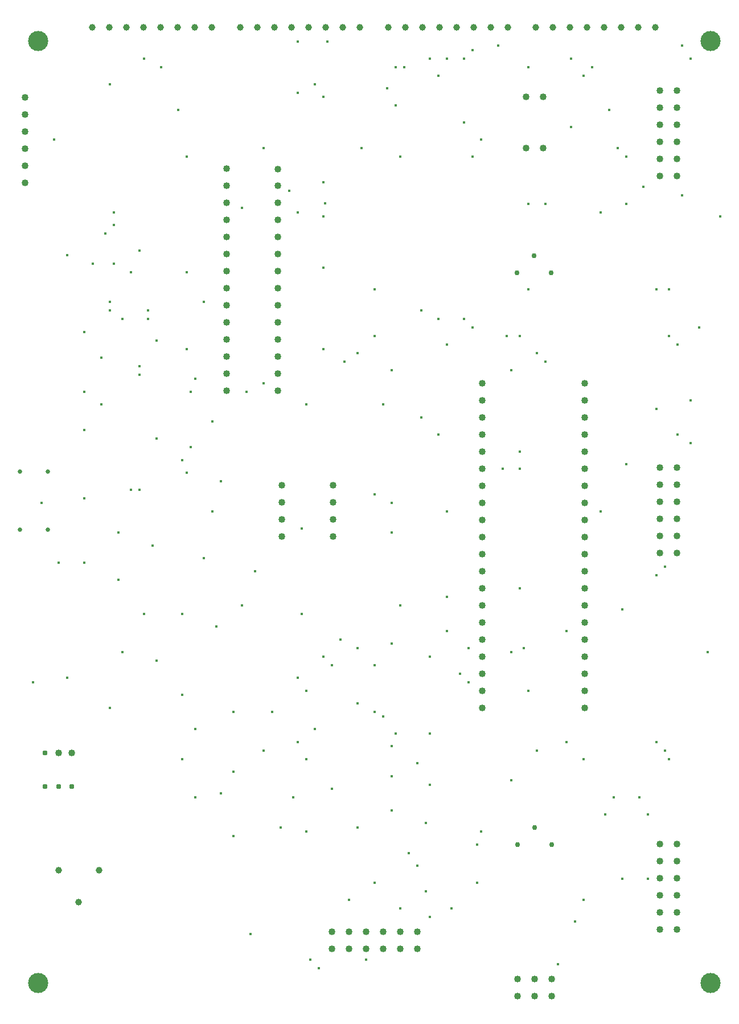
<source format=gbr>
G04 PROTEUS GERBER X2 FILE*
%TF.GenerationSoftware,Labcenter,Proteus,8.15-SP0-Build33980*%
%TF.CreationDate,2023-03-15T16:04:22+00:00*%
%TF.FileFunction,Plated,1,2,PTH*%
%TF.FilePolarity,Positive*%
%TF.Part,Single*%
%TF.SameCoordinates,{4545a914-5e6f-4f91-a9de-dead5439e7db}*%
%FSLAX45Y45*%
%MOMM*%
G01*
%TA.AperFunction,ViaDrill*%
%ADD176C,0.381000*%
%TA.AperFunction,ComponentDrill*%
%ADD175C,0.635000*%
%TA.AperFunction,ComponentDrill*%
%ADD177C,1.000000*%
%TA.AperFunction,ComponentDrill*%
%ADD178C,1.016000*%
%TA.AperFunction,ComponentDrill*%
%ADD179C,0.990600*%
%TA.AperFunction,ComponentDrill*%
%ADD180C,0.787400*%
%TA.AperFunction,ComponentDrill*%
%ADD181C,0.762000*%
%TA.AperFunction,OtherDrill,Unknown*%
%ADD182C,3.000000*%
%TD.AperFunction*%
D176*
X+254000Y+635000D03*
X+254000Y+190500D03*
X-4318000Y+2286000D03*
X-4318000Y+1714500D03*
X-4000500Y+4635500D03*
X-4191000Y+4191000D03*
X-3873500Y+4953000D03*
X-3619500Y+4064000D03*
X-3873500Y+4191000D03*
X-3873500Y+4762500D03*
X-3937000Y+3492500D03*
X-4064000Y+2794000D03*
X-3492500Y+2540000D03*
X-3937000Y+3619500D03*
X-4318000Y+3175000D03*
X-3492500Y+2667000D03*
X-3746500Y+3365500D03*
X-3365500Y+3492500D03*
X+254000Y-3429000D03*
X+254000Y-3937000D03*
X+508000Y-4572000D03*
X-1524000Y-2476500D03*
X-1016000Y-3175000D03*
X-1016000Y-4254500D03*
X-1143000Y-1968500D03*
X-1143000Y-2921000D03*
X-1016000Y-2159000D03*
X-889000Y-2730500D03*
X+2032000Y-3492500D03*
X+635000Y-4762500D03*
X+635000Y-3238500D03*
X-254000Y-2349500D03*
X-4572000Y+4318000D03*
X-4572000Y-1968500D03*
X-254000Y-1524000D03*
X+254000Y-2984500D03*
X+1524000Y-4445000D03*
X+1524000Y-5016500D03*
X+0Y-5016500D03*
X+0Y-2476500D03*
X-2794000Y+1079500D03*
X-2540000Y+3619500D03*
X-1270000Y+5270500D03*
X-2857500Y+1270000D03*
X-3619500Y+825500D03*
X-3492500Y+825500D03*
X-3810000Y+190500D03*
X+4000500Y+5334000D03*
X-3937000Y-2413000D03*
X-3302000Y+0D03*
X-4762500Y+6032500D03*
X-3238500Y+3048000D03*
X-3238500Y+1587500D03*
X-2794000Y+2921000D03*
X+825500Y-5524500D03*
X+2984500Y-5588000D03*
X+825500Y-2794000D03*
X+825500Y-3556000D03*
X+3365500Y+508000D03*
X+4191000Y+3810000D03*
X-1968500Y+5016500D03*
X+4572000Y+7429500D03*
X-2794000Y+4064000D03*
X+4191000Y+2032000D03*
X-2794000Y+5778500D03*
X+4381500Y+3810000D03*
X-2095500Y-3365500D03*
X-2349500Y-1206500D03*
X-1841500Y-5778500D03*
X-1778000Y-381000D03*
X-1968500Y-889000D03*
X-2095500Y-2476500D03*
X-1651000Y-3048000D03*
X-1397000Y-4191000D03*
X-635000Y-1778000D03*
X-635000Y-3619500D03*
X-1206500Y-3746500D03*
X+2540000Y+5080000D03*
X+3746500Y+5080000D03*
X+3746500Y+1206500D03*
X-4318000Y+698500D03*
X-4953000Y+635000D03*
X-4699000Y-254000D03*
X-4318000Y-254000D03*
X+2730500Y-6223000D03*
X-2413000Y+508000D03*
X-762000Y+2921000D03*
X-3429000Y-1016000D03*
X-2540000Y-190500D03*
X-2413000Y+1841500D03*
X+1079500Y-762000D03*
X-762000Y+4127500D03*
X-2286000Y-3683000D03*
X-2857500Y-1016000D03*
X-2667000Y-2730500D03*
X-5080000Y-2032000D03*
X-3492500Y+4381500D03*
X+2286000Y+5080000D03*
X-2730500Y+2286000D03*
X-2730500Y+1460500D03*
X-762000Y+4889500D03*
X+317500Y-2794000D03*
X+254000Y-1460500D03*
X+1079500Y-1270000D03*
X-2667000Y-3746500D03*
X+1079500Y+508000D03*
X+762000Y-5143500D03*
X+762000Y-4127500D03*
X-2095500Y-4318000D03*
X-3365500Y+3365500D03*
X+3111500Y+6985000D03*
X+3238500Y+7112000D03*
X+3365500Y+4953000D03*
X+4699000Y+2159000D03*
X+5143500Y+4889500D03*
X+4699000Y+7239000D03*
X+3492500Y+6477000D03*
X+2921000Y+6223000D03*
X+2921000Y+7239000D03*
X+3619500Y+5905500D03*
X+3746500Y+5778500D03*
X+190500Y+6794500D03*
X+1587500Y+6032500D03*
X+1333500Y+3365500D03*
X+444500Y+7112000D03*
X+1333500Y+6286500D03*
X+698500Y+1905000D03*
X+698500Y+3492500D03*
X+952500Y+6985000D03*
X+952500Y+1651000D03*
X+952500Y+3365500D03*
X+2159000Y+1397000D03*
X+2159000Y+3111500D03*
X+4381500Y+3111500D03*
X+4699000Y+1524000D03*
X+1397000Y-2032000D03*
X+1397000Y-1524000D03*
X+1079500Y+7239000D03*
X+1333500Y+7239000D03*
X+1079500Y+2984500D03*
X+4508500Y+2984500D03*
X+4508500Y+1651000D03*
X+2857500Y-2921000D03*
X+4191000Y-2921000D03*
X+4191000Y-444500D03*
X+2032000Y-1587500D03*
X+2413000Y-3048000D03*
X+4318000Y-3048000D03*
X+4318000Y-317500D03*
X+1968500Y+3111500D03*
X+0Y+3111500D03*
X+0Y+762000D03*
X+2286000Y-2159000D03*
X+127000Y-2540000D03*
X+127000Y+2095500D03*
X-1016000Y+2095500D03*
X+2222500Y-1524000D03*
X+2159000Y-635000D03*
X+2159000Y+1143000D03*
X+1905000Y+1143000D03*
X+1841500Y+7429500D03*
X-1143000Y+6731000D03*
X-762000Y+6667500D03*
X-762000Y+5397500D03*
X+4572000Y+5207000D03*
X+4953000Y-1587500D03*
X+2032000Y+2603500D03*
X+254000Y+2603500D03*
X+2413000Y+2857500D03*
X-254000Y+2857500D03*
X+4064000Y-4000500D03*
X+3429000Y-4000500D03*
X+4064000Y-4953000D03*
X+3683000Y-4953000D03*
X+3683000Y-952500D03*
X-698500Y+7493000D03*
X-1143000Y+7493000D03*
X-444500Y+2730500D03*
X+2540000Y+2730500D03*
X+3937000Y-3746500D03*
X+3556000Y-3746500D03*
X+0Y+3810000D03*
X+2286000Y+3810000D03*
X+2857500Y-1270000D03*
X+2286000Y+7112000D03*
X+381000Y+5778500D03*
X+381000Y-889000D03*
X-952500Y-6159500D03*
X-508000Y-1397000D03*
X-3937000Y+6858000D03*
X-889000Y+6858000D03*
X-127000Y-6159500D03*
X-825500Y-6286500D03*
X-762000Y-1651000D03*
X+825500Y+7239000D03*
X-3429000Y+7239000D03*
X+825500Y-1651000D03*
X+1270000Y-1905000D03*
X+317500Y+7112000D03*
X-3175000Y+7112000D03*
X+1143000Y-5397500D03*
X+381000Y-5397500D03*
X+317500Y+6540500D03*
X+0Y-1778000D03*
X-2921000Y+6477000D03*
X-190500Y+5905500D03*
X+1587500Y-4254500D03*
X+1460500Y+5778500D03*
X+3111500Y-5270500D03*
X-381000Y-5270500D03*
X+1460500Y+3238500D03*
X+4826000Y+3238500D03*
X+4381500Y-3175000D03*
X+3111500Y-3175000D03*
X+1460500Y+7366000D03*
X-1651000Y+2413000D03*
X-1905000Y+2286000D03*
X-2286000Y+952500D03*
X-1651000Y+5905500D03*
X-2667000Y+2476500D03*
X-1079500Y-1016000D03*
X-1079500Y+254000D03*
X-2857500Y-3175000D03*
X-3238500Y-1714500D03*
X-3746500Y-1587500D03*
X-2857500Y-2222500D03*
X-4064000Y+2095500D03*
X-3810000Y-508000D03*
X-254000Y-4191000D03*
X-740000Y+5090000D03*
X-1143000Y+4953000D03*
D175*
X-4859000Y+1103000D03*
X-4859000Y+237000D03*
X-5277012Y+1103000D03*
X-5277012Y+237000D03*
D177*
X+2400000Y+7700000D03*
X+2654000Y+7700000D03*
X+2908000Y+7700000D03*
X+3162000Y+7700000D03*
X+3416000Y+7700000D03*
X+3670000Y+7700000D03*
X+3924000Y+7700000D03*
X+4178000Y+7700000D03*
X+200000Y+7700000D03*
X+454000Y+7700000D03*
X+708000Y+7700000D03*
X+962000Y+7700000D03*
X+1216000Y+7700000D03*
X+1470000Y+7700000D03*
X+1724000Y+7700000D03*
X+1978000Y+7700000D03*
X-2000000Y+7700000D03*
X-1746000Y+7700000D03*
X-1492000Y+7700000D03*
X-1238000Y+7700000D03*
X-984000Y+7700000D03*
X-730000Y+7700000D03*
X-476000Y+7700000D03*
X-222000Y+7700000D03*
X-4200000Y+7700000D03*
X-3946000Y+7700000D03*
X-3692000Y+7700000D03*
X-3438000Y+7700000D03*
X-3184000Y+7700000D03*
X-2930000Y+7700000D03*
X-2676000Y+7700000D03*
X-2422000Y+7700000D03*
D178*
X+4246000Y+6762000D03*
X+4500000Y+6762000D03*
X+4246000Y+6508000D03*
X+4500000Y+6508000D03*
X+4246000Y+6254000D03*
X+4500000Y+6254000D03*
X+4246000Y+6000000D03*
X+4500000Y+6000000D03*
X+4246000Y+5746000D03*
X+4500000Y+5746000D03*
X+4246000Y+5492000D03*
X+4500000Y+5492000D03*
D179*
X-4100000Y-4830000D03*
X-4700000Y-4830000D03*
X-4400000Y-5300000D03*
D178*
X+4246000Y+1162000D03*
X+4500000Y+1162000D03*
X+4246000Y+908000D03*
X+4500000Y+908000D03*
X+4246000Y+654000D03*
X+4500000Y+654000D03*
X+4246000Y+400000D03*
X+4500000Y+400000D03*
X+4246000Y+146000D03*
X+4500000Y+146000D03*
X+4246000Y-108000D03*
X+4500000Y-108000D03*
X+4246000Y-4438000D03*
X+4500000Y-4438000D03*
X+4246000Y-4692000D03*
X+4500000Y-4692000D03*
X+4246000Y-4946000D03*
X+4500000Y-4946000D03*
X+4246000Y-5200000D03*
X+4500000Y-5200000D03*
X+4246000Y-5454000D03*
X+4500000Y-5454000D03*
X+4246000Y-5708000D03*
X+4500000Y-5708000D03*
X+637000Y-5746000D03*
X+637000Y-6000000D03*
X+383000Y-5746000D03*
X+383000Y-6000000D03*
X+129000Y-5746000D03*
X+129000Y-6000000D03*
X-125000Y-5746000D03*
X-125000Y-6000000D03*
X-379000Y-5746000D03*
X-379000Y-6000000D03*
X-633000Y-5746000D03*
X-633000Y-6000000D03*
D180*
X-4900000Y-3080000D03*
D178*
X-4700000Y-3080000D03*
X-4500000Y-3080000D03*
D180*
X-4900000Y-3580000D03*
X-4700000Y-3580000D03*
X-4500000Y-3580000D03*
D178*
X-5200000Y+6662000D03*
X-5200000Y+6408000D03*
X-5200000Y+6154000D03*
X-5200000Y+5900000D03*
X-5200000Y+5646000D03*
X-5200000Y+5392000D03*
X+2630000Y-6700000D03*
X+2376000Y-6700000D03*
X+2122000Y-6700000D03*
X+2630000Y-6446000D03*
X+2376000Y-6446000D03*
X+2122000Y-6446000D03*
X+1600000Y+2411000D03*
X+1600000Y+2157000D03*
X+1600000Y+1903000D03*
X+1600000Y+1649000D03*
X+1600000Y+1395000D03*
X+1600000Y+1141000D03*
X+1600000Y+887000D03*
X+1600000Y+633000D03*
X+1600000Y+379000D03*
X+1600000Y+125000D03*
X+1600000Y-129000D03*
X+1600000Y-383000D03*
X+1600000Y-637000D03*
X+1600000Y-891000D03*
X+1600000Y-1145000D03*
X+1600000Y-1399000D03*
X+1600000Y-1653000D03*
X+1600000Y-1907000D03*
X+1600000Y-2161000D03*
X+1600000Y-2415000D03*
X+3124000Y-2415000D03*
X+3124000Y-2161000D03*
X+3124000Y-1907000D03*
X+3124000Y-1653000D03*
X+3124000Y-1399000D03*
X+3124000Y-1145000D03*
X+3124000Y-891000D03*
X+3124000Y-637000D03*
X+3124000Y-383000D03*
X+3124000Y-129000D03*
X+3124000Y+125000D03*
X+3124000Y+379000D03*
X+3124000Y+633000D03*
X+3124000Y+887000D03*
X+3124000Y+1141000D03*
X+3124000Y+1395000D03*
X+3124000Y+1649000D03*
X+3124000Y+1903000D03*
X+3124000Y+2157000D03*
X+3124000Y+2411000D03*
X-2200000Y+5600000D03*
X-2200000Y+5346000D03*
X-2200000Y+5092000D03*
X-2200000Y+4838000D03*
X-2200000Y+4584000D03*
X-2200000Y+4330000D03*
X-2200000Y+4076000D03*
X-2200000Y+3822000D03*
X-2200000Y+3568000D03*
X-2200000Y+3314000D03*
X-2200000Y+3060000D03*
X-2200000Y+2806000D03*
X-2200000Y+2552000D03*
X-2200000Y+2298000D03*
X-1438000Y+2298000D03*
X-1438000Y+2552000D03*
X-1438000Y+2806000D03*
X-1438000Y+3060000D03*
X-1438000Y+3314000D03*
X-1438000Y+3568000D03*
X-1438000Y+3822000D03*
X-1438000Y+4076000D03*
X-1438000Y+4330000D03*
X-1438000Y+4584000D03*
X-1438000Y+4838000D03*
X-1438000Y+5092000D03*
X-1438000Y+5346000D03*
X-1438000Y+5598000D03*
X+2510000Y+6673500D03*
X+2510000Y+5911500D03*
X+2256000Y+6673500D03*
X+2256000Y+5911500D03*
D181*
X+2624000Y+4056000D03*
X+2116000Y+4056000D03*
X+2370000Y+4310000D03*
D178*
X-1378000Y+892000D03*
X-1378000Y+638000D03*
X-1378000Y+384000D03*
X-1378000Y+130000D03*
X-616000Y+130000D03*
X-616000Y+384000D03*
X-616000Y+638000D03*
X-616000Y+892000D03*
D181*
X+2634000Y-4444000D03*
X+2126000Y-4444000D03*
X+2380000Y-4190000D03*
D182*
X-5000000Y+7500000D03*
X+5000000Y+7500000D03*
X-5000000Y-6500000D03*
X+5000000Y-6500000D03*
M02*

</source>
